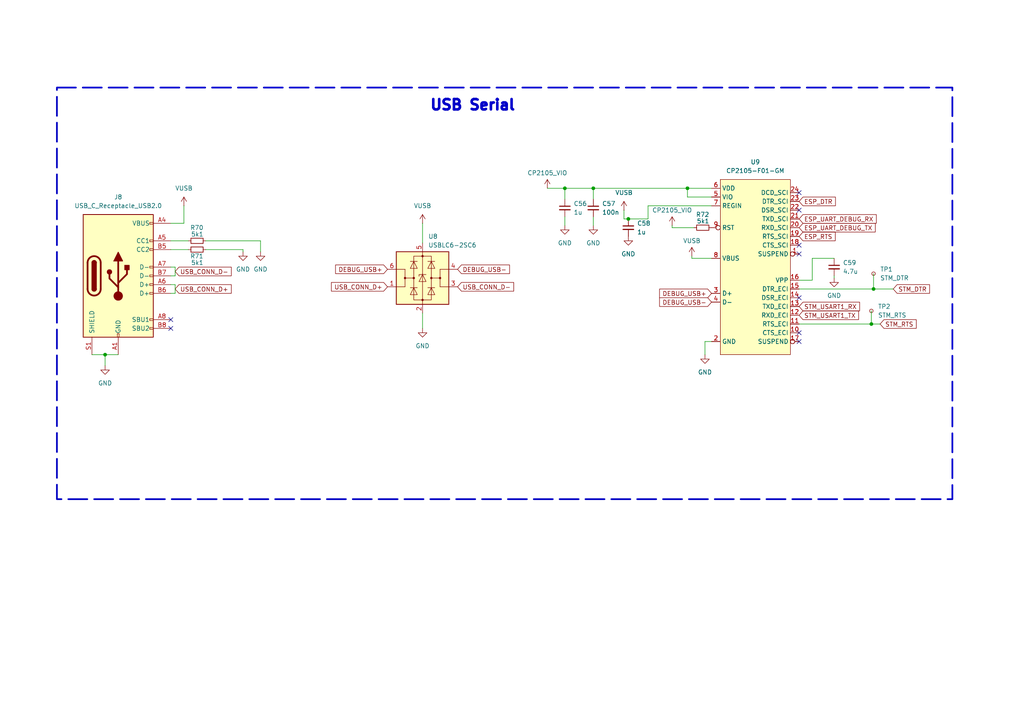
<source format=kicad_sch>
(kicad_sch (version 20231120) (generator "eeschema") (generator_version "8.0")
  (paper "A4")
  (title_block (title "HIRO Samurai - Control Board") (date "2024-06-03") (rev "v1") (company "electrodonkey") (comment 1 "CC-BY-SA 4.0"))
  (lib_symbols
    (symbol "Connector:TestPoint_Small" (pin_numbers hide) (pin_names (offset 0.762) hide)
      (property "Reference" "TP" (at 0 3.81 0))
      (property "Value" "TestPoint_Small" (at 0 2.032 0))
      (symbol "TestPoint_Small_0_1"
        (circle (center 0 0) (radius 0.508))
      )
      (symbol "TestPoint_Small_1_1"
        (pin passive line (at 0 0 90) (length 0) (name "1") (number "1"))
      )
    )
    (symbol "Connector:USB_C_Receptacle_USB2.0" (pin_names (offset 1.016))
      (property "Reference" "J" (at -10.16 19.05 0))
      (property "Value" "USB_C_Receptacle_USB2.0" (at 19.05 19.05 0))
      (symbol "USB_C_Receptacle_USB2.0_0_0"
        (rectangle (start -0.254 -17.78) (end 0.254 -16.764))
        (rectangle (start 10.16 -14.986) (end 9.144 -15.494))
        (rectangle (start 10.16 -12.446) (end 9.144 -12.954))
        (rectangle (start 10.16 -4.826) (end 9.144 -5.334))
        (rectangle (start 10.16 -2.286) (end 9.144 -2.794))
        (rectangle (start 10.16 0.254) (end 9.144 -0.254))
        (rectangle (start 10.16 2.794) (end 9.144 2.286))
        (rectangle (start 10.16 7.874) (end 9.144 7.366))
        (rectangle (start 10.16 10.414) (end 9.144 9.906))
        (rectangle (start 10.16 15.494) (end 9.144 14.986))
      )
      (symbol "USB_C_Receptacle_USB2.0_0_1"
        (rectangle (start -10.16 17.78) (end 10.16 -17.78) (stroke (width 0.254)) (fill (type background)))
        (arc (start -8.89 -3.81) (mid -6.985 -5.7067) (end -5.08 -3.81) (stroke (width 0.508)))
        (arc (start -7.62 -3.81) (mid -6.985 -4.4423) (end -6.35 -3.81) (stroke (width 0.254)))
        (arc (start -7.62 -3.81) (mid -6.985 -4.4423) (end -6.35 -3.81) (stroke (width 0.254)) (fill (type outline)))
        (rectangle (start -7.62 -3.81) (end -6.35 3.81) (stroke (width 0.254)) (fill (type outline)))
        (arc (start -6.35 3.81) (mid -6.985 4.4423) (end -7.62 3.81) (stroke (width 0.254)))
        (arc (start -6.35 3.81) (mid -6.985 4.4423) (end -7.62 3.81) (stroke (width 0.254)) (fill (type outline)))
        (arc (start -5.08 3.81) (mid -6.985 5.7067) (end -8.89 3.81) (stroke (width 0.508)))
        (circle (center -2.54 1.143) (radius 0.635) (stroke (width 0.254)) (fill (type outline)))
        (circle (center 0 -5.842) (radius 1.27) (fill (type outline)))
        (polyline (pts (xy -8.89 -3.81) (xy -8.89 3.81)) (stroke (width 0.508)))
        (polyline (pts (xy -5.08 3.81) (xy -5.08 -3.81)) (stroke (width 0.508)))
        (polyline (pts (xy 0 -5.842) (xy 0 4.318)) (stroke (width 0.508)))
        (polyline (pts (xy 0 -3.302) (xy -2.54 -0.762) (xy -2.54 0.508)) (stroke (width 0.508)))
        (polyline (pts (xy 0 -2.032) (xy 2.54 0.508) (xy 2.54 1.778)) (stroke (width 0.508)))
        (polyline (pts (xy -1.27 4.318) (xy 0 6.858) (xy 1.27 4.318) (xy -1.27 4.318)) (stroke (width 0.254)) (fill (type outline)))
        (rectangle (start 1.905 1.778) (end 3.175 3.048) (stroke (width 0.254)) (fill (type outline)))
      )
      (symbol "USB_C_Receptacle_USB2.0_1_1"
        (pin passive line (at 0 -22.86 90) (length 5.08) (name "GND") (number "A1"))
        (pin passive line (at 0 -22.86 90) (length 5.08) hide (name "GND") (number "A12"))
        (pin passive line (at 15.24 15.24 180) (length 5.08) (name "VBUS") (number "A4"))
        (pin bidirectional line (at 15.24 10.16 180) (length 5.08) (name "CC1") (number "A5"))
        (pin bidirectional line (at 15.24 -2.54 180) (length 5.08) (name "D+") (number "A6"))
        (pin bidirectional line (at 15.24 2.54 180) (length 5.08) (name "D-") (number "A7"))
        (pin bidirectional line (at 15.24 -12.7 180) (length 5.08) (name "SBU1") (number "A8"))
        (pin passive line (at 15.24 15.24 180) (length 5.08) hide (name "VBUS") (number "A9"))
        (pin passive line (at 0 -22.86 90) (length 5.08) hide (name "GND") (number "B1"))
        (pin passive line (at 0 -22.86 90) (length 5.08) hide (name "GND") (number "B12"))
        (pin passive line (at 15.24 15.24 180) (length 5.08) hide (name "VBUS") (number "B4"))
        (pin bidirectional line (at 15.24 7.62 180) (length 5.08) (name "CC2") (number "B5"))
        (pin bidirectional line (at 15.24 -5.08 180) (length 5.08) (name "D+") (number "B6"))
        (pin bidirectional line (at 15.24 0 180) (length 5.08) (name "D-") (number "B7"))
        (pin bidirectional line (at 15.24 -15.24 180) (length 5.08) (name "SBU2") (number "B8"))
        (pin passive line (at 15.24 15.24 180) (length 5.08) hide (name "VBUS") (number "B9"))
        (pin passive line (at -7.62 -22.86 90) (length 5.08) (name "SHIELD") (number "S1"))
      )
    )
    (symbol "Device:C_Small" (pin_numbers hide) (pin_names (offset 0.254) hide)
      (property "Reference" "C" (at 0.254 1.778 0))
      (property "Value" "C_Small" (at 0.254 -2.032 0))
      (symbol "C_Small_0_1"
        (polyline (pts (xy -1.524 -0.508) (xy 1.524 -0.508)) (stroke (width 0.3302)))
        (polyline (pts (xy -1.524 0.508) (xy 1.524 0.508)) (stroke (width 0.3048)))
      )
      (symbol "C_Small_1_1"
        (pin passive line (at 0 2.54 270) (length 2.032) (name "~") (number "1"))
        (pin passive line (at 0 -2.54 90) (length 2.032) (name "~") (number "2"))
      )
    )
    (symbol "Device:R_Small" (pin_numbers hide) (pin_names (offset 0.254) hide)
      (property "Reference" "R" (at 0.762 0.508 0))
      (property "Value" "R_Small" (at 0.762 -1.016 0))
      (symbol "R_Small_0_1"
        (rectangle (start -0.762 1.778) (end 0.762 -1.778) (stroke (width 0.2032)))
      )
      (symbol "R_Small_1_1"
        (pin passive line (at 0 2.54 270) (length 0.762) (name "~") (number "1"))
        (pin passive line (at 0 -2.54 90) (length 0.762) (name "~") (number "2"))
      )
    )
    (symbol "Power_Protection:USBLC6-2SC6" (pin_names hide)
      (property "Reference" "U" (at 2.54 8.89 0))
      (property "Value" "USBLC6-2SC6" (at 2.54 -8.89 0))
      (symbol "USBLC6-2SC6_0_1"
        (rectangle (start -7.62 -7.62) (end 7.62 7.62) (stroke (width 0.254)) (fill (type background)))
        (circle (center -5.08 0) (radius 0.254) (fill (type outline)))
        (circle (center -2.54 0) (radius 0.254) (fill (type outline)))
        (rectangle (start -2.54 6.35) (end 2.54 -6.35))
        (circle (center 0 -6.35) (radius 0.254) (fill (type outline)))
        (polyline (pts (xy -5.08 -2.54) (xy -7.62 -2.54)))
        (polyline (pts (xy -5.08 0) (xy -5.08 -2.54)))
        (polyline (pts (xy -5.08 2.54) (xy -7.62 2.54)))
        (polyline (pts (xy -1.524 -2.794) (xy -3.556 -2.794)))
        (polyline (pts (xy -1.524 4.826) (xy -3.556 4.826)))
        (polyline (pts (xy 0 -7.62) (xy 0 -6.35)))
        (polyline (pts (xy 0 -6.35) (xy 0 1.27)))
        (polyline (pts (xy 0 1.27) (xy 0 6.35)))
        (polyline (pts (xy 0 6.35) (xy 0 7.62)))
        (polyline (pts (xy 1.524 -2.794) (xy 3.556 -2.794)))
        (polyline (pts (xy 1.524 4.826) (xy 3.556 4.826)))
        (polyline (pts (xy 5.08 -2.54) (xy 7.62 -2.54)))
        (polyline (pts (xy 5.08 0) (xy 5.08 -2.54)))
        (polyline (pts (xy 5.08 2.54) (xy 7.62 2.54)))
        (polyline (pts (xy -2.54 0) (xy -5.08 0) (xy -5.08 2.54)))
        (polyline (pts (xy 2.54 0) (xy 5.08 0) (xy 5.08 2.54)))
        (polyline (pts (xy -3.556 -4.826) (xy -1.524 -4.826) (xy -2.54 -2.794) (xy -3.556 -4.826)))
        (polyline (pts (xy -3.556 2.794) (xy -1.524 2.794) (xy -2.54 4.826) (xy -3.556 2.794)))
        (polyline (pts (xy -1.016 -1.016) (xy 1.016 -1.016) (xy 0 1.016) (xy -1.016 -1.016)))
        (polyline (pts (xy 1.016 1.016) (xy 0.762 1.016) (xy -1.016 1.016) (xy -1.016 0.508)))
        (polyline (pts (xy 3.556 -4.826) (xy 1.524 -4.826) (xy 2.54 -2.794) (xy 3.556 -4.826)))
        (polyline (pts (xy 3.556 2.794) (xy 1.524 2.794) (xy 2.54 4.826) (xy 3.556 2.794)))
        (circle (center 0 6.35) (radius 0.254) (fill (type outline)))
        (circle (center 2.54 0) (radius 0.254) (fill (type outline)))
        (circle (center 5.08 0) (radius 0.254) (fill (type outline)))
      )
      (symbol "USBLC6-2SC6_1_1"
        (pin passive line (at -10.16 -2.54 0) (length 2.54) (name "I/O1") (number "1"))
        (pin passive line (at 0 -10.16 90) (length 2.54) (name "GND") (number "2"))
        (pin passive line (at 10.16 -2.54 180) (length 2.54) (name "I/O2") (number "3"))
        (pin passive line (at 10.16 2.54 180) (length 2.54) (name "I/O2") (number "4"))
        (pin passive line (at 0 10.16 270) (length 2.54) (name "VBUS") (number "5"))
        (pin passive line (at -10.16 2.54 0) (length 2.54) (name "I/O1") (number "6"))
      )
    )
    (symbol "hiro_sumo_robot_lib:CP2105-F01-GM"
      (property "Reference" "U" (at 5.08 -26.67 0))
      (property "Value" "CP2105-F01-GM" (at 0 26.67 0))
      (symbol "CP2105-F01-GM_0_0"
        (pin bidirectional inverted (at 12.7 3.81 180) (length 2.54) (name "SUSPEND") (number "1"))
        (pin bidirectional line (at 12.7 -19.05 180) (length 2.54) (name "CTS_ECI") (number "10"))
        (pin bidirectional line (at 12.7 -16.51 180) (length 2.54) (name "RTS_ECI") (number "11"))
        (pin bidirectional line (at 12.7 -13.97 180) (length 2.54) (name "RXD_ECI") (number "12"))
        (pin bidirectional line (at 12.7 -11.43 180) (length 2.54) (name "TXD_ECI") (number "13"))
        (pin bidirectional line (at 12.7 -8.89 180) (length 2.54) (name "DSR_ECI") (number "14"))
        (pin bidirectional line (at 12.7 -6.35 180) (length 2.54) (name "DTR_ECI") (number "15"))
        (pin bidirectional line (at 12.7 -3.81 180) (length 2.54) (name "VPP") (number "16"))
        (pin bidirectional inverted (at 12.7 -21.59 180) (length 2.54) (name "SUSPEND") (number "17"))
        (pin bidirectional line (at 12.7 6.35 180) (length 2.54) (name "CTS_SCI") (number "18"))
        (pin bidirectional line (at 12.7 8.89 180) (length 2.54) (name "RTS_SCI") (number "19"))
        (pin bidirectional line (at -12.7 -21.59 0) (length 2.54) (name "GND") (number "2"))
        (pin bidirectional line (at 12.7 11.43 180) (length 2.54) (name "RXD_SCI") (number "20"))
        (pin bidirectional line (at 12.7 13.97 180) (length 2.54) (name "TXD_SCI") (number "21"))
        (pin bidirectional line (at 12.7 16.51 180) (length 2.54) (name "DSR_SCI") (number "22"))
        (pin bidirectional line (at 12.7 19.05 180) (length 2.54) (name "DTR_SCI") (number "23"))
        (pin bidirectional line (at 12.7 21.59 180) (length 2.54) (name "DCD_SCI") (number "24"))
        (pin bidirectional line (at -12.7 -7.62 0) (length 2.54) (name "D+") (number "3"))
        (pin bidirectional line (at -12.7 -10.16 0) (length 2.54) (name "D-") (number "4"))
        (pin bidirectional line (at -12.7 20.32 0) (length 2.54) (name "VIO") (number "5"))
        (pin bidirectional line (at -12.7 22.86 0) (length 2.54) (name "VDD") (number "6"))
        (pin bidirectional line (at -12.7 17.78 0) (length 2.54) (name "REGIN") (number "7"))
        (pin bidirectional line (at -12.7 2.54 0) (length 2.54) (name "VBUS") (number "8"))
        (pin bidirectional inverted (at -12.7 11.43 0) (length 2.54) (name "RST") (number "9"))
      )
      (symbol "CP2105-F01-GM_1_1"
        (rectangle (start -10.16 25.4) (end 10.16 -25.4) (fill (type background)))
      )
    )
    (symbol "power:+3V3" (power) (pin_numbers hide) (pin_names (offset 0) hide)
      (property "Value" "+3V3" (at 0 3.556 0))
      (symbol "+3V3_0_1"
        (polyline (pts (xy -0.762 1.27) (xy 0 2.54)))
        (polyline (pts (xy 0 0) (xy 0 2.54)))
        (polyline (pts (xy 0 2.54) (xy 0.762 1.27)))
      )
      (symbol "+3V3_1_1"
        (pin power_in line (at 0 0 90) (length 0) (name "~") (number "1"))
      )
    )
    (symbol "power:GND" (power) (pin_names (offset 0))
      (property "Value" "GND" (at 0 -3.81 0))
      (symbol "GND_0_1"
        (polyline (pts (xy 0 0) (xy 0 -1.27) (xy 1.27 -1.27) (xy 0 -2.54) (xy -1.27 -1.27) (xy 0 -1.27)))
      )
      (symbol "GND_1_1"
        (pin power_in line (at 0 0 270) (length 0) hide (name "GND") (number "1"))
      )
    )
  )
  (junction (at 172.085 54.61))
  (junction (at 253.365 83.82))
  (junction (at 252.73 93.98))
  (junction (at 199.39 54.61))
  (junction (at 182.245 63.5))
  (junction (at 163.83 54.61))
  (junction (at 30.48 102.87))
  (no_connect (at 231.775 96.52))
  (no_connect (at 231.775 86.36))
  (no_connect (at 49.53 92.71))
  (no_connect (at 49.53 95.25))
  (no_connect (at 231.775 55.88))
  (no_connect (at 231.775 73.66))
  (no_connect (at 231.775 99.06))
  (no_connect (at 231.775 71.12))
  (no_connect (at 231.775 60.96))
  (wire (pts (xy 50.8 82.55) (xy 50.8 85.09)))
  (wire (pts (xy 49.53 64.77) (xy 53.34 64.77)))
  (wire (pts (xy 259.08 83.82) (xy 253.365 83.82)))
  (wire (pts (xy 26.67 102.87) (xy 30.48 102.87)))
  (wire (pts (xy 241.935 80.01) (xy 241.935 80.645)))
  (wire (pts (xy 50.8 85.09) (xy 49.53 85.09)))
  (wire (pts (xy 30.48 102.87) (xy 30.48 106.045)))
  (wire (pts (xy 187.96 63.5) (xy 187.96 59.69)))
  (wire (pts (xy 158.75 54.61) (xy 163.83 54.61)))
  (wire (pts (xy 53.34 59.69) (xy 53.34 64.77)))
  (wire (pts (xy 180.975 63.5) (xy 182.245 63.5)))
  (wire (pts (xy 163.83 62.865) (xy 163.83 65.405)))
  (wire (pts (xy 200.66 74.93) (xy 206.375 74.93)))
  (wire (pts (xy 187.96 59.69) (xy 206.375 59.69)))
  (wire (pts (xy 49.53 82.55) (xy 50.8 82.55)))
  (wire (pts (xy 163.83 54.61) (xy 163.83 57.785)))
  (wire (pts (xy 194.945 65.405) (xy 194.945 66.04)))
  (wire (pts (xy 252.73 93.98) (xy 231.775 93.98)))
  (wire (pts (xy 122.555 64.77) (xy 122.555 70.485)))
  (wire (pts (xy 163.83 54.61) (xy 172.085 54.61)))
  (wire (pts (xy 50.8 80.01) (xy 50.8 77.47)))
  (wire (pts (xy 75.565 69.85) (xy 75.565 73.025)))
  (wire (pts (xy 235.585 74.93) (xy 241.935 74.93)))
  (wire (pts (xy 255.27 93.98) (xy 252.73 93.98)))
  (wire (pts (xy 59.69 69.85) (xy 75.565 69.85)))
  (wire (pts (xy 252.73 90.17) (xy 252.73 93.98)))
  (wire (pts (xy 30.48 102.87) (xy 34.29 102.87)))
  (wire (pts (xy 187.96 63.5) (xy 182.245 63.5)))
  (wire (pts (xy 49.53 69.85) (xy 54.61 69.85)))
  (wire (pts (xy 50.8 77.47) (xy 49.53 77.47)))
  (wire (pts (xy 180.975 60.96) (xy 180.975 63.5)))
  (wire (pts (xy 49.53 72.39) (xy 54.61 72.39)))
  (wire (pts (xy 172.085 54.61) (xy 172.085 57.785)))
  (wire (pts (xy 200.66 74.295) (xy 200.66 74.93)))
  (wire (pts (xy 122.555 90.805) (xy 122.555 95.25)))
  (wire (pts (xy 235.585 81.28) (xy 235.585 74.93)))
  (wire (pts (xy 253.365 79.375) (xy 253.365 83.82)))
  (wire (pts (xy 231.775 81.28) (xy 235.585 81.28)))
  (wire (pts (xy 172.085 54.61) (xy 199.39 54.61)))
  (wire (pts (xy 49.53 80.01) (xy 50.8 80.01)))
  (wire (pts (xy 204.47 102.87) (xy 204.47 99.06)))
  (wire (pts (xy 206.375 54.61) (xy 199.39 54.61)))
  (wire (pts (xy 172.085 62.865) (xy 172.085 65.405)))
  (wire (pts (xy 59.69 72.39) (xy 70.485 72.39)))
  (wire (pts (xy 199.39 57.15) (xy 206.375 57.15)))
  (wire (pts (xy 201.295 66.04) (xy 194.945 66.04)))
  (wire (pts (xy 253.365 83.82) (xy 231.775 83.82)))
  (wire (pts (xy 204.47 99.06) (xy 206.375 99.06)))
  (wire (pts (xy 70.485 72.39) (xy 70.485 73.025)))
  (wire (pts (xy 199.39 54.61) (xy 199.39 57.15)))
  (rectangle (start 16.51 25.4) (end 276.225 144.78) (stroke (width 0.5) (type dash)))
  (text "USB Serial" (at 124.46 32.385 0) (effects (font (size 3 3) (thickness 1) (bold yes)) (justify left bottom)))
  (global_label "STM_USART1_RX" (shape input) (at 231.775 88.9 0) (property "Intersheetrefs" "${INTERSHEET_REFS}" (effects (hide yes))))
  (global_label "USB_CONN_D+" (shape input) (at 112.395 83.185 180) (property "Intersheetrefs" "${INTERSHEET_REFS}" (effects (hide yes))))
  (global_label "DEBUG_USB-" (shape input) (at 132.715 78.105 0) (property "Intersheetrefs" "${INTERSHEET_REFS}" (effects (hide yes))))
  (global_label "STM_RTS" (shape input) (at 255.27 93.98 0) (property "Intersheetrefs" "${INTERSHEET_REFS}" (effects (hide yes))))
  (global_label "ESP_DTR" (shape input) (at 231.775 58.42 0) (property "Intersheetrefs" "${INTERSHEET_REFS}" (effects (hide yes))))
  (global_label "ESP_RTS" (shape input) (at 231.775 68.58 0) (property "Intersheetrefs" "${INTERSHEET_REFS}" (effects (hide yes))))
  (global_label "DEBUG_USB+" (shape input) (at 112.395 78.105 180) (property "Intersheetrefs" "${INTERSHEET_REFS}" (effects (hide yes))))
  (global_label "USB_CONN_D-" (shape input) (at 132.715 83.185 0) (property "Intersheetrefs" "${INTERSHEET_REFS}" (effects (hide yes))))
  (global_label "STM_DTR" (shape input) (at 259.08 83.82 0) (property "Intersheetrefs" "${INTERSHEET_REFS}" (effects (hide yes))))
  (global_label "ESP_UART_DEBUG_TX" (shape input) (at 231.775 66.04 0) (property "Intersheetrefs" "${INTERSHEET_REFS}" (effects (hide yes))))
  (global_label "USB_CONN_D+" (shape input) (at 50.8 83.82 0) (property "Intersheetrefs" "${INTERSHEET_REFS}" (effects (hide yes))))
  (global_label "DEBUG_USB-" (shape input) (at 206.375 87.63 180) (property "Intersheetrefs" "${INTERSHEET_REFS}" (effects (hide yes))))
  (global_label "DEBUG_USB+" (shape input) (at 206.375 85.09 180) (property "Intersheetrefs" "${INTERSHEET_REFS}" (effects (hide yes))))
  (global_label "STM_USART1_TX" (shape input) (at 231.775 91.44 0) (property "Intersheetrefs" "${INTERSHEET_REFS}" (effects (hide yes))))
  (global_label "USB_CONN_D-" (shape input) (at 50.8 78.74 0) (property "Intersheetrefs" "${INTERSHEET_REFS}" (effects (hide yes))))
  (global_label "ESP_UART_DEBUG_RX" (shape input) (at 231.775 63.5 0) (property "Intersheetrefs" "${INTERSHEET_REFS}" (effects (hide yes))))
  (symbol (lib_id "Connector:TestPoint_Small") (at 252.73 90.17 0) (unit 1)
    (property "Reference" "TP2" (at 254.635 88.8999 0) (effects (justify left)))
    (property "Value" "STM_RTS" (at 254.635 91.4399 0) (effects (justify left)))
    (property "Footprint" "TestPoint:TestPoint_Pad_D1.0mm" (effects (hide yes)))
    (property "Description" "test point" (effects (hide yes)))
  )
  (symbol (lib_id "Power_Protection:USBLC6-2SC6") (at 122.555 80.645 0) (unit 1)
    (property "Reference" "U8" (at 124.2061 68.58 0) (effects (justify left)))
    (property "Value" "USBLC6-2SC6" (at 124.2061 71.12 0) (effects (justify left)))
    (property "Footprint" "Package_TO_SOT_SMD:SOT-23-6" (effects (hide yes)))
    (property "Datasheet" "https://www.st.com/resource/en/datasheet/usblc6-2.pdf" (effects (hide yes)))
    (property "mfg" "USBLC6-2SC6" (effects (hide yes)))
  )
  (symbol (lib_id "power:GND") (at 75.565 73.025 0) (unit 1)
    (property "Reference" "#PWR0110" (effects (hide yes)))
    (property "Value" "GND" (at 75.565 78.105 0))
  )
  (symbol (lib_id "Device:C_Small") (at 241.935 77.47 0) (unit 1)
    (property "Reference" "C59" (at 244.475 76.2063 0) (effects (justify left)))
    (property "Value" "4.7u" (at 244.475 78.7463 0) (effects (justify left)))
    (property "Footprint" "Capacitor_SMD:C_0402_1005Metric_Pad0.74x0.62mm_HandSolder" (effects (hide yes)))
  )
  (symbol (lib_id "hiro_sumo_robot_lib:CP2105-F01-GM") (at 219.075 77.47 0) (unit 1)
    (property "Reference" "U9" (at 219.075 46.99 0))
    (property "Value" "CP2105-F01-GM" (at 219.075 49.53 0))
    (property "Footprint" "Package_DFN_QFN:QFN-24-1EP_4x4mm_P0.5mm_EP2.7x2.7mm" (effects (hide yes)))
    (property "Datasheet" "https://ro.mouser.com/datasheet/2/368/CP2105-1397789.pdf" (effects (hide yes)))
    (property "mfg" "CP2105-F01-GM" (effects (hide yes)))
  )
  (symbol (lib_id "power:+3V3") (at 194.945 65.405 0) (unit 1)
    (property "Reference" "#PWR0118" (effects (hide yes)))
    (property "Value" "CP2105_VIO" (at 194.945 60.96 0))
    (property "Description" "Power symbol creates a global label with name \"+3V3\"" (effects (hide yes)))
  )
  (symbol (lib_id "power:GND") (at 122.555 95.25 0) (unit 1)
    (property "Reference" "#PWR0112" (effects (hide yes)))
    (property "Value" "GND" (at 122.555 100.33 0))
  )
  (symbol (lib_id "power:GND") (at 204.47 102.87 0) (unit 1)
    (property "Reference" "#PWR0120" (effects (hide yes)))
    (property "Value" "GND" (at 204.47 107.95 0))
  )
  (symbol (lib_id "power:GND") (at 163.83 65.405 0) (unit 1)
    (property "Reference" "#PWR0114" (effects (hide yes)))
    (property "Value" "GND" (at 163.83 70.485 0))
  )
  (symbol (lib_id "Device:R_Small") (at 57.15 69.85 90) (unit 1)
    (property "Reference" "R70" (at 59.055 66.04 90) (effects (justify left)))
    (property "Value" "5k1" (at 59.055 67.945 90) (effects (justify left)))
    (property "Footprint" "Resistor_SMD:R_0402_1005Metric_Pad0.72x0.64mm_HandSolder" (effects (hide yes)))
  )
  (symbol (lib_id "power:+3V3") (at 53.34 59.69 0) (unit 1)
    (property "Reference" "#PWR0108" (effects (hide yes)))
    (property "Value" "VUSB" (at 53.34 54.61 0))
    (property "Description" "Power symbol creates a global label with name \"+3V3\"" (effects (hide yes)))
  )
  (symbol (lib_id "power:GND") (at 30.48 106.045 0) (unit 1)
    (property "Reference" "#PWR0107" (effects (hide yes)))
    (property "Value" "GND" (at 30.48 111.125 0))
  )
  (symbol (lib_id "power:GND") (at 70.485 73.025 0) (unit 1)
    (property "Reference" "#PWR0109" (effects (hide yes)))
    (property "Value" "GND" (at 70.485 78.105 0))
  )
  (symbol (lib_id "Connector:TestPoint_Small") (at 253.365 79.375 0) (unit 1)
    (property "Reference" "TP1" (at 255.27 78.1049 0) (effects (justify left)))
    (property "Value" "STM_DTR" (at 255.27 80.6449 0) (effects (justify left)))
    (property "Footprint" "TestPoint:TestPoint_Pad_D1.0mm" (effects (hide yes)))
    (property "Description" "test point" (effects (hide yes)))
  )
  (symbol (lib_id "power:GND") (at 172.085 65.405 0) (unit 1)
    (property "Reference" "#PWR0115" (effects (hide yes)))
    (property "Value" "GND" (at 172.085 70.485 0))
  )
  (symbol (lib_id "Device:R_Small") (at 57.15 72.39 90) (unit 1)
    (property "Reference" "R71" (at 59.055 74.295 90) (effects (justify left)))
    (property "Value" "5k1" (at 59.055 76.2 90) (effects (justify left)))
    (property "Footprint" "Resistor_SMD:R_0402_1005Metric_Pad0.72x0.64mm_HandSolder" (effects (hide yes)))
  )
  (symbol (lib_id "power:+3V3") (at 180.975 60.96 0) (unit 1)
    (property "Reference" "#PWR0116" (effects (hide yes)))
    (property "Value" "VUSB" (at 180.975 55.88 0))
    (property "Description" "Power symbol creates a global label with name \"+3V3\"" (effects (hide yes)))
  )
  (symbol (lib_id "power:GND") (at 182.245 68.58 0) (unit 1)
    (property "Reference" "#PWR0117" (effects (hide yes)))
    (property "Value" "GND" (at 182.245 73.66 0))
  )
  (symbol (lib_id "Device:R_Small") (at 203.835 66.04 90) (unit 1)
    (property "Reference" "R72" (at 205.74 62.23 90) (effects (justify left)))
    (property "Value" "5k1" (at 205.74 64.135 90) (effects (justify left)))
    (property "Footprint" "Resistor_SMD:R_0402_1005Metric_Pad0.72x0.64mm_HandSolder" (effects (hide yes)))
  )
  (symbol (lib_id "Device:C_Small") (at 182.245 66.04 0) (unit 1)
    (property "Reference" "C58" (at 184.785 64.7763 0) (effects (justify left)))
    (property "Value" "1u" (at 184.785 67.3163 0) (effects (justify left)))
    (property "Footprint" "Capacitor_SMD:C_0402_1005Metric_Pad0.74x0.62mm_HandSolder" (effects (hide yes)))
  )
  (symbol (lib_id "power:+3V3") (at 158.75 54.61 0) (unit 1)
    (property "Reference" "#PWR0113" (effects (hide yes)))
    (property "Value" "CP2105_VIO" (at 158.75 50.165 0))
    (property "Description" "Power symbol creates a global label with name \"+3V3\"" (effects (hide yes)))
  )
  (symbol (lib_id "Device:C_Small") (at 163.83 60.325 0) (unit 1)
    (property "Reference" "C56" (at 166.37 59.0613 0) (effects (justify left)))
    (property "Value" "1u" (at 166.37 61.6013 0) (effects (justify left)))
    (property "Footprint" "Capacitor_SMD:C_0402_1005Metric_Pad0.74x0.62mm_HandSolder" (effects (hide yes)))
  )
  (symbol (lib_id "Device:C_Small") (at 172.085 60.325 0) (unit 1)
    (property "Reference" "C57" (at 174.625 59.0613 0) (effects (justify left)))
    (property "Value" "100n" (at 174.625 61.6013 0) (effects (justify left)))
    (property "Footprint" "Capacitor_SMD:C_0402_1005Metric_Pad0.74x0.62mm_HandSolder" (effects (hide yes)))
  )
  (symbol (lib_id "power:+3V3") (at 122.555 64.77 0) (unit 1)
    (property "Reference" "#PWR0111" (effects (hide yes)))
    (property "Value" "VUSB" (at 122.555 59.69 0))
    (property "Description" "Power symbol creates a global label with name \"+3V3\"" (effects (hide yes)))
  )
  (symbol (lib_id "Connector:USB_C_Receptacle_USB2.0") (at 34.29 80.01 0) (unit 1)
    (property "Reference" "J8" (at 34.29 57.15 0))
    (property "Value" "USB_C_Receptacle_USB2.0" (at 34.29 59.69 0))
    (property "Footprint" "Connector_USB:USB_C_Receptacle_GCT_USB4115-03-C" (effects (hide yes)))
    (property "Datasheet" "https://www.usb.org/sites/default/files/documents/usb_type-c.zip" (effects (hide yes)))
    (property "mfg" "USB4115-03-C" (effects (hide yes)))
  )
  (symbol (lib_id "power:+3V3") (at 200.66 74.295 0) (unit 1)
    (property "Reference" "#PWR0119" (effects (hide yes)))
    (property "Value" "VUSB" (at 200.66 69.85 0))
    (property "Description" "Power symbol creates a global label with name \"+3V3\"" (effects (hide yes)))
  )
  (symbol (lib_id "power:GND") (at 241.935 80.645 0) (unit 1)
    (property "Reference" "#PWR0121" (effects (hide yes)))
    (property "Value" "GND" (at 241.935 85.725 0))
  )
)
</source>
